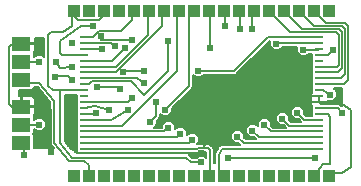
<source format=gtl>
G75*
%MOIN*%
%OFA0B0*%
%FSLAX24Y24*%
%IPPOS*%
%LPD*%
%AMOC8*
5,1,8,0,0,1.08239X$1,22.5*
%
%ADD10R,0.0276X0.0079*%
%ADD11R,0.0630X0.0460*%
%ADD12R,0.0396X0.0396*%
%ADD13C,0.0079*%
%ADD14C,0.0051*%
%ADD15C,0.0240*%
D10*
X003608Y001386D03*
X003608Y001583D03*
X003608Y001779D03*
X003608Y001976D03*
X003608Y002173D03*
X003608Y002370D03*
X003608Y002567D03*
X003608Y002764D03*
X003608Y002961D03*
X003608Y003157D03*
X003608Y003354D03*
X003608Y003551D03*
X003608Y003748D03*
X003608Y003945D03*
X003608Y004142D03*
X003608Y004339D03*
X003608Y004535D03*
X003608Y004732D03*
X003608Y004929D03*
X003608Y005126D03*
X011443Y005126D03*
X011443Y004929D03*
X011443Y004732D03*
X011443Y004535D03*
X011443Y004339D03*
X011443Y004142D03*
X011443Y003945D03*
X011443Y003748D03*
X011443Y003551D03*
X011443Y003354D03*
X011443Y003157D03*
X011443Y002961D03*
X011443Y002764D03*
X011443Y002567D03*
X011443Y002370D03*
X011443Y002173D03*
X011443Y001976D03*
X011443Y001779D03*
X011443Y001583D03*
X011443Y001386D03*
D11*
X001526Y001606D03*
X001526Y002206D03*
X001526Y002806D03*
X001526Y003706D03*
X001526Y004306D03*
X001526Y004906D03*
D12*
X003276Y006006D03*
X003776Y006006D03*
X004276Y006006D03*
X004776Y006006D03*
X005276Y006006D03*
X005776Y006006D03*
X006276Y006006D03*
X006776Y006006D03*
X007276Y006006D03*
X007776Y006006D03*
X008276Y006006D03*
X008776Y006006D03*
X009276Y006006D03*
X009776Y006006D03*
X010276Y006006D03*
X010776Y006006D03*
X011276Y006006D03*
X011776Y006006D03*
X011776Y000506D03*
X011276Y000506D03*
X010776Y000506D03*
X010276Y000506D03*
X009776Y000506D03*
X009276Y000506D03*
X008776Y000506D03*
X008276Y000506D03*
X007776Y000506D03*
X007276Y000506D03*
X006776Y000506D03*
X006276Y000506D03*
X005776Y000506D03*
X005276Y000506D03*
X004776Y000506D03*
X004276Y000506D03*
X003776Y000506D03*
X003275Y000505D03*
D13*
X003226Y001106D02*
X007006Y001106D01*
X007166Y000946D01*
X007526Y000946D01*
X008426Y001106D02*
X011326Y001106D01*
X003608Y003354D02*
X002826Y003354D01*
X002826Y001606D01*
X003226Y001106D01*
X002826Y003354D02*
X002577Y003354D01*
X002426Y003506D01*
X002426Y005206D01*
X002526Y005306D01*
X002926Y005306D01*
X003226Y005506D01*
X003226Y005956D01*
X003276Y005956D02*
X003326Y005906D01*
D14*
X003326Y005806D01*
X003426Y005706D01*
X004126Y005706D01*
X004226Y005806D01*
X004226Y005956D01*
X004276Y006006D01*
X003276Y006006D02*
X003276Y005956D01*
X003226Y005956D02*
X003276Y006006D01*
X003526Y005506D02*
X003906Y005506D01*
X003526Y005506D02*
X002826Y005006D01*
X002826Y004606D01*
X002896Y004535D01*
X003608Y004535D01*
X003608Y004339D02*
X004558Y004339D01*
X004982Y004755D01*
X004642Y004815D02*
X004502Y004929D01*
X003608Y004929D01*
X003608Y004732D02*
X004199Y004732D01*
X004214Y004720D01*
X004192Y005034D02*
X004192Y005155D01*
X004192Y005034D02*
X005213Y005034D01*
X004886Y005366D02*
X004843Y005325D01*
X004766Y005326D01*
X004106Y005326D01*
X003906Y005126D01*
X003608Y005126D01*
X004886Y005366D02*
X005226Y005706D01*
X005226Y005956D01*
X005276Y006006D01*
X005745Y005961D02*
X005776Y006006D01*
X005745Y005961D02*
X005745Y005203D01*
X004695Y004142D01*
X003608Y004142D01*
X003608Y003945D02*
X004665Y003945D01*
X006226Y005506D01*
X006226Y005956D01*
X006276Y006006D01*
X006726Y005956D02*
X006776Y006006D01*
X006726Y005956D02*
X006726Y004006D01*
X004893Y002173D01*
X003608Y002173D01*
X003365Y002150D02*
X002971Y002150D01*
X002971Y002101D02*
X003365Y002101D01*
X003365Y002090D02*
X003380Y002075D01*
X003365Y002059D01*
X003365Y001893D01*
X003380Y001878D01*
X003365Y001863D01*
X003365Y001696D01*
X003380Y001681D01*
X003365Y001666D01*
X003365Y001499D01*
X003380Y001484D01*
X003365Y001469D01*
X003365Y001303D01*
X003417Y001251D01*
X003383Y001251D01*
X003267Y001367D01*
X003171Y001406D01*
X002971Y001657D01*
X002971Y003209D01*
X003365Y003209D01*
X003365Y003074D01*
X003380Y003059D01*
X003365Y003044D01*
X003365Y002877D01*
X003380Y002862D01*
X003365Y002847D01*
X003365Y002681D01*
X003380Y002665D01*
X003365Y002650D01*
X003365Y002484D01*
X003380Y002468D01*
X003365Y002453D01*
X003365Y002287D01*
X003380Y002272D01*
X003365Y002256D01*
X003365Y002090D01*
X003365Y002051D02*
X002971Y002051D01*
X002971Y002001D02*
X003365Y002001D01*
X003365Y001952D02*
X002971Y001952D01*
X002971Y001902D02*
X003365Y001902D01*
X003365Y001852D02*
X002971Y001852D01*
X002971Y001803D02*
X003365Y001803D01*
X003365Y001753D02*
X002971Y001753D01*
X002971Y001703D02*
X003365Y001703D01*
X003365Y001654D02*
X002973Y001654D01*
X003013Y001604D02*
X003365Y001604D01*
X003365Y001554D02*
X003053Y001554D01*
X003092Y001505D02*
X003365Y001505D01*
X003365Y001455D02*
X003132Y001455D01*
X003174Y001405D02*
X003365Y001405D01*
X003365Y001355D02*
X003278Y001355D01*
X003327Y001306D02*
X003365Y001306D01*
X003377Y001256D02*
X003411Y001256D01*
X003386Y001246D02*
X007526Y001246D01*
X007460Y001295D02*
X007694Y001295D01*
X007694Y001096D01*
X007619Y001171D01*
X007432Y001171D01*
X007352Y001091D01*
X007226Y001091D01*
X007066Y001251D01*
X003800Y001251D01*
X003804Y001255D01*
X007420Y001255D01*
X007460Y001295D01*
X007421Y001256D02*
X007694Y001256D01*
X007694Y001206D02*
X007110Y001206D01*
X007160Y001157D02*
X007417Y001157D01*
X007368Y001107D02*
X007209Y001107D01*
X007634Y001157D02*
X007694Y001157D01*
X007694Y001107D02*
X007683Y001107D01*
X007957Y001107D02*
X007994Y001107D01*
X007994Y001057D02*
X007957Y001057D01*
X007957Y001008D02*
X007994Y001008D01*
X007994Y000958D02*
X007957Y000958D01*
X007957Y000931D02*
X007957Y001295D01*
X007967Y001316D01*
X007957Y001347D01*
X007957Y001380D01*
X007940Y001397D01*
X007930Y001426D01*
X007913Y001479D01*
X007864Y001503D01*
X007804Y001534D01*
X007780Y001557D01*
X007757Y001557D01*
X007736Y001567D01*
X007705Y001557D01*
X007396Y001557D01*
X007451Y001612D01*
X007451Y001799D01*
X007319Y001931D01*
X007132Y001931D01*
X007051Y001850D01*
X007051Y001999D01*
X006919Y002131D01*
X006732Y002131D01*
X006651Y002050D01*
X006651Y002199D01*
X006519Y002331D01*
X006332Y002331D01*
X006200Y002199D01*
X006200Y002107D01*
X005946Y002107D01*
X006051Y002212D01*
X006051Y002346D01*
X006080Y002375D01*
X006081Y002375D01*
X006119Y002413D01*
X006157Y002451D01*
X006157Y002452D01*
X006157Y002452D01*
X006157Y002506D01*
X006157Y002556D01*
X006232Y002480D01*
X006419Y002480D01*
X006551Y002612D01*
X006551Y002746D01*
X007180Y003375D01*
X007257Y003451D01*
X007257Y003856D01*
X007332Y003780D01*
X007519Y003780D01*
X007613Y003875D01*
X008680Y003875D01*
X008757Y003951D01*
X009800Y004995D01*
X009800Y004812D01*
X009932Y004680D01*
X010119Y004680D01*
X010237Y004798D01*
X010700Y004798D01*
X010700Y004612D01*
X010832Y004480D01*
X011019Y004480D01*
X011113Y004575D01*
X011200Y004575D01*
X011200Y004452D01*
X011215Y004437D01*
X011200Y004422D01*
X011200Y004255D01*
X011215Y004240D01*
X011200Y004225D01*
X011200Y004059D01*
X011215Y004043D01*
X011200Y004028D01*
X011200Y003862D01*
X011215Y003846D01*
X011200Y003831D01*
X011200Y003665D01*
X011215Y003650D01*
X011200Y003634D01*
X011200Y003468D01*
X011215Y003453D01*
X011200Y003437D01*
X011200Y003271D01*
X011202Y003269D01*
X011188Y003245D01*
X011180Y003213D01*
X011180Y003157D01*
X011180Y003102D01*
X011188Y003070D01*
X011194Y003059D01*
X011188Y003048D01*
X011180Y003016D01*
X011180Y002961D01*
X011443Y002961D01*
X011443Y002961D01*
X011443Y002992D01*
X011443Y003157D01*
X011443Y003157D01*
X011443Y002961D01*
X011706Y002961D01*
X011706Y003006D01*
X011732Y002980D01*
X011919Y002980D01*
X012051Y003112D01*
X012051Y003299D01*
X011931Y003420D01*
X012200Y003420D01*
X012200Y002831D01*
X012186Y002831D01*
X012122Y002895D01*
X012013Y002895D01*
X011704Y002895D01*
X011706Y002905D01*
X011706Y002961D01*
X011443Y002961D01*
X011443Y002961D01*
X011443Y002961D01*
X011443Y003157D01*
X011180Y003157D01*
X011443Y003157D01*
X011443Y003157D01*
X011443Y003144D02*
X011443Y003144D01*
X011443Y003094D02*
X011443Y003094D01*
X011443Y003045D02*
X011443Y003045D01*
X011443Y002995D02*
X011443Y002995D01*
X011443Y002961D02*
X011498Y002906D01*
X012226Y002906D01*
X012526Y002706D01*
X012526Y000806D01*
X012226Y000606D01*
X011926Y000606D01*
X011826Y000506D01*
X011776Y000506D01*
X011576Y000906D02*
X011276Y000506D01*
X011576Y000906D02*
X011826Y000906D01*
X011826Y002406D01*
X011765Y002567D01*
X011443Y002567D01*
X011200Y002548D02*
X010969Y002548D01*
X010951Y002566D02*
X011016Y002501D01*
X011200Y002501D01*
X011200Y002650D01*
X011215Y002665D01*
X011200Y002681D01*
X011200Y002847D01*
X011202Y002849D01*
X011188Y002873D01*
X011180Y002905D01*
X011180Y002961D01*
X011443Y002961D01*
X011706Y002945D02*
X012200Y002945D01*
X012200Y002896D02*
X011704Y002896D01*
X011706Y002995D02*
X011717Y002995D01*
X011934Y002995D02*
X012200Y002995D01*
X012200Y003045D02*
X011983Y003045D01*
X012033Y003094D02*
X012200Y003094D01*
X012200Y003144D02*
X012051Y003144D01*
X012051Y003194D02*
X012200Y003194D01*
X012200Y003243D02*
X012051Y003243D01*
X012051Y003293D02*
X012200Y003293D01*
X012200Y003343D02*
X012008Y003343D01*
X011958Y003392D02*
X012200Y003392D01*
X012271Y003551D02*
X012426Y003706D01*
X012426Y005506D01*
X012326Y005606D01*
X011676Y005606D01*
X011276Y006006D01*
X011276Y005506D02*
X010776Y006006D01*
X010276Y006006D02*
X010876Y005406D01*
X012126Y005406D01*
X012226Y005306D01*
X012226Y004106D01*
X012065Y003945D01*
X011443Y003945D01*
X011200Y003939D02*
X008744Y003939D01*
X008695Y003889D02*
X011200Y003889D01*
X011208Y003840D02*
X007578Y003840D01*
X007529Y003790D02*
X011200Y003790D01*
X011200Y003740D02*
X007257Y003740D01*
X007257Y003691D02*
X011200Y003691D01*
X011206Y003641D02*
X007257Y003641D01*
X007257Y003591D02*
X011200Y003591D01*
X011200Y003541D02*
X007257Y003541D01*
X007257Y003492D02*
X011200Y003492D01*
X011204Y003442D02*
X007247Y003442D01*
X007198Y003392D02*
X011200Y003392D01*
X011200Y003343D02*
X007148Y003343D01*
X007098Y003293D02*
X011200Y003293D01*
X011188Y003243D02*
X007049Y003243D01*
X006999Y003194D02*
X011180Y003194D01*
X011180Y003144D02*
X006949Y003144D01*
X006900Y003094D02*
X011181Y003094D01*
X011187Y003045D02*
X006850Y003045D01*
X006800Y002995D02*
X011180Y002995D01*
X011180Y002945D02*
X006751Y002945D01*
X006701Y002896D02*
X011182Y002896D01*
X011200Y002846D02*
X006651Y002846D01*
X006602Y002796D02*
X010597Y002796D01*
X010632Y002831D02*
X010500Y002699D01*
X010500Y002512D01*
X010632Y002380D01*
X010766Y002380D01*
X010842Y002304D01*
X010513Y002304D01*
X010451Y002366D01*
X010451Y002499D01*
X010319Y002631D01*
X010132Y002631D01*
X010000Y002499D01*
X010000Y002312D01*
X010132Y002180D01*
X010266Y002180D01*
X010338Y002107D01*
X009909Y002107D01*
X009851Y002166D01*
X009851Y002299D01*
X009719Y002431D01*
X009532Y002431D01*
X009400Y002299D01*
X009400Y002150D01*
X009319Y002231D01*
X009132Y002231D01*
X009000Y002099D01*
X009000Y001912D01*
X009132Y001780D01*
X009266Y001780D01*
X009332Y001714D01*
X009003Y001714D01*
X008951Y001766D01*
X008951Y001899D01*
X008819Y002031D01*
X008632Y002031D01*
X008500Y001899D01*
X008500Y001712D01*
X008632Y001580D01*
X008766Y001580D01*
X008829Y001517D01*
X008233Y001517D01*
X008209Y001528D01*
X008181Y001517D01*
X008151Y001517D01*
X008132Y001498D01*
X008108Y001489D01*
X008096Y001461D01*
X008074Y001440D01*
X008074Y001414D01*
X008016Y001281D01*
X007994Y001260D01*
X007994Y001234D01*
X007984Y001209D01*
X007994Y001181D01*
X007994Y000931D01*
X007957Y000931D01*
X007957Y001157D02*
X007994Y001157D01*
X007985Y001206D02*
X007957Y001206D01*
X007957Y001256D02*
X007994Y001256D01*
X007962Y001306D02*
X008026Y001306D01*
X008049Y001355D02*
X007957Y001355D01*
X007937Y001405D02*
X008071Y001405D01*
X008089Y001455D02*
X007921Y001455D01*
X007913Y001479D02*
X007913Y001479D01*
X007913Y001479D01*
X007861Y001505D02*
X008139Y001505D01*
X008206Y001386D02*
X008126Y001206D01*
X008126Y000656D01*
X008276Y000506D01*
X007826Y000556D02*
X007776Y000506D01*
X007826Y000556D02*
X007826Y001326D01*
X007806Y001386D01*
X007726Y001426D01*
X007406Y001426D01*
X007366Y001386D01*
X003608Y001386D01*
X003386Y001246D02*
X003226Y001406D01*
X003226Y001482D01*
X003608Y001583D02*
X007102Y001583D01*
X007226Y001706D01*
X007451Y001703D02*
X008509Y001703D01*
X008500Y001753D02*
X007451Y001753D01*
X007448Y001803D02*
X008500Y001803D01*
X008500Y001852D02*
X007398Y001852D01*
X007348Y001902D02*
X008503Y001902D01*
X008552Y001952D02*
X007051Y001952D01*
X007049Y002001D02*
X008602Y002001D01*
X008849Y002001D02*
X009000Y002001D01*
X009000Y001952D02*
X008899Y001952D01*
X008948Y001902D02*
X009010Y001902D01*
X009060Y001852D02*
X008951Y001852D01*
X008951Y001803D02*
X009110Y001803D01*
X008964Y001753D02*
X009293Y001753D01*
X009452Y001779D02*
X009226Y002006D01*
X009000Y002051D02*
X006999Y002051D01*
X006950Y002101D02*
X009001Y002101D01*
X009051Y002150D02*
X006651Y002150D01*
X006651Y002101D02*
X006701Y002101D01*
X006651Y002051D02*
X006652Y002051D01*
X006426Y002106D02*
X006296Y001976D01*
X003608Y001976D01*
X003608Y001779D02*
X006699Y001779D01*
X006826Y001906D01*
X007051Y001902D02*
X007103Y001902D01*
X007053Y001852D02*
X007051Y001852D01*
X007451Y001654D02*
X008559Y001654D01*
X008608Y001604D02*
X007443Y001604D01*
X007628Y001486D02*
X007786Y001666D01*
X007783Y001554D02*
X008792Y001554D01*
X008949Y001583D02*
X008726Y001806D01*
X008949Y001583D02*
X011443Y001583D01*
X011443Y001779D02*
X009452Y001779D01*
X009855Y001976D02*
X009626Y002206D01*
X009400Y002200D02*
X009350Y002200D01*
X009400Y002250D02*
X006601Y002250D01*
X006650Y002200D02*
X009101Y002200D01*
X009400Y002299D02*
X006551Y002299D01*
X006300Y002299D02*
X006051Y002299D01*
X006051Y002250D02*
X006250Y002250D01*
X006201Y002200D02*
X006039Y002200D01*
X005989Y002150D02*
X006200Y002150D01*
X006054Y002349D02*
X009450Y002349D01*
X009500Y002399D02*
X006104Y002399D01*
X006154Y002448D02*
X010000Y002448D01*
X010000Y002399D02*
X009752Y002399D01*
X009801Y002349D02*
X010000Y002349D01*
X010013Y002299D02*
X009851Y002299D01*
X009851Y002250D02*
X010063Y002250D01*
X010112Y002200D02*
X009851Y002200D01*
X009867Y002150D02*
X010296Y002150D01*
X010458Y002173D02*
X010226Y002406D01*
X010451Y002399D02*
X010614Y002399D01*
X010564Y002448D02*
X010451Y002448D01*
X010451Y002498D02*
X010514Y002498D01*
X010500Y002548D02*
X010403Y002548D01*
X010353Y002598D02*
X010500Y002598D01*
X010500Y002647D02*
X006551Y002647D01*
X006551Y002697D02*
X010500Y002697D01*
X010547Y002747D02*
X006552Y002747D01*
X006326Y002706D02*
X007126Y003506D01*
X007126Y005856D01*
X007276Y006006D01*
X007776Y006006D02*
X007826Y005956D01*
X007826Y004755D01*
X008993Y004187D02*
X011200Y004187D01*
X011200Y004138D02*
X008943Y004138D01*
X008893Y004088D02*
X011200Y004088D01*
X011210Y004038D02*
X008844Y004038D01*
X008794Y003989D02*
X011200Y003989D01*
X011443Y004142D02*
X012061Y004142D01*
X012126Y004206D01*
X012126Y005206D01*
X012026Y005306D01*
X010476Y005306D01*
X009776Y006006D01*
X009276Y006006D02*
X009226Y005956D01*
X009226Y005406D01*
X008826Y005406D02*
X008826Y005956D01*
X008776Y006006D01*
X008326Y005956D02*
X008276Y006006D01*
X008326Y005956D02*
X008326Y005506D01*
X009638Y004833D02*
X009800Y004833D01*
X009800Y004883D02*
X009688Y004883D01*
X009738Y004933D02*
X009800Y004933D01*
X009800Y004982D02*
X009787Y004982D01*
X009746Y005126D02*
X008626Y004006D01*
X007426Y004006D01*
X007273Y003840D02*
X007257Y003840D01*
X007257Y003790D02*
X007323Y003790D01*
X006426Y004006D02*
X006426Y005006D01*
X006426Y004006D02*
X005626Y003206D01*
X005186Y003646D01*
X003866Y003646D01*
X003771Y003551D01*
X003608Y003551D01*
X003608Y003748D02*
X005383Y003748D01*
X005626Y003606D01*
X005626Y004006D02*
X004926Y004006D01*
X004929Y004010D01*
X004929Y003961D01*
X004766Y003466D02*
X004046Y003466D01*
X004766Y003466D02*
X004826Y003406D01*
X005226Y003106D02*
X005080Y002961D01*
X003608Y002961D01*
X003365Y002945D02*
X002971Y002945D01*
X002971Y002896D02*
X003365Y002896D01*
X003365Y002846D02*
X002971Y002846D01*
X002971Y002796D02*
X003365Y002796D01*
X003365Y002747D02*
X002971Y002747D01*
X002971Y002697D02*
X003365Y002697D01*
X003365Y002647D02*
X002971Y002647D01*
X002971Y002598D02*
X003365Y002598D01*
X003365Y002548D02*
X002971Y002548D01*
X002971Y002498D02*
X003365Y002498D01*
X003365Y002448D02*
X002971Y002448D01*
X002971Y002399D02*
X003365Y002399D01*
X003365Y002349D02*
X002971Y002349D01*
X002971Y002299D02*
X003365Y002299D01*
X003365Y002250D02*
X002971Y002250D01*
X002971Y002200D02*
X003365Y002200D01*
X003608Y002370D02*
X004522Y002369D01*
X005083Y002706D01*
X004444Y002708D02*
X003988Y002835D01*
X003608Y002764D01*
X003608Y002567D02*
X003939Y002561D01*
X003998Y002590D01*
X003365Y002995D02*
X002971Y002995D01*
X002971Y003045D02*
X003366Y003045D01*
X003365Y003094D02*
X002971Y003094D01*
X002971Y003144D02*
X003365Y003144D01*
X003365Y003194D02*
X002971Y003194D01*
X002626Y003006D02*
X002126Y003606D01*
X001626Y003606D01*
X001526Y003706D01*
X001946Y003475D02*
X002064Y003475D01*
X002494Y002958D01*
X002494Y001612D01*
X002490Y001564D01*
X002494Y001558D01*
X002494Y001551D01*
X002529Y001517D01*
X002600Y001431D01*
X001946Y001431D01*
X001946Y001880D01*
X001920Y001906D01*
X001946Y001932D01*
X001946Y002066D01*
X002032Y001980D01*
X002219Y001980D01*
X002351Y002112D01*
X002351Y002299D01*
X002219Y002431D01*
X002032Y002431D01*
X001946Y002345D01*
X001946Y002480D01*
X001934Y002492D01*
X001941Y002499D01*
X001958Y002527D01*
X001966Y002559D01*
X001966Y002780D01*
X001551Y002780D01*
X001551Y002831D01*
X001966Y002831D01*
X001966Y003052D01*
X001958Y003084D01*
X001941Y003113D01*
X001918Y003136D01*
X001889Y003153D01*
X001857Y003161D01*
X001551Y003161D01*
X001551Y002831D01*
X001500Y002831D01*
X001500Y003161D01*
X001451Y003161D01*
X001451Y003370D01*
X001884Y003370D01*
X001946Y003432D01*
X001946Y003475D01*
X001946Y003442D02*
X002091Y003442D01*
X002133Y003392D02*
X001907Y003392D01*
X002174Y003343D02*
X001451Y003343D01*
X001451Y003293D02*
X002215Y003293D01*
X002257Y003243D02*
X001451Y003243D01*
X001451Y003194D02*
X002298Y003194D01*
X002340Y003144D02*
X001904Y003144D01*
X001952Y003094D02*
X002381Y003094D01*
X002422Y003045D02*
X001966Y003045D01*
X001966Y002995D02*
X002464Y002995D01*
X002494Y002945D02*
X001966Y002945D01*
X001966Y002896D02*
X002494Y002896D01*
X002494Y002846D02*
X001966Y002846D01*
X001966Y002747D02*
X002494Y002747D01*
X002494Y002796D02*
X001551Y002796D01*
X001526Y002806D02*
X002426Y002806D01*
X002526Y002706D01*
X002526Y001306D01*
X002581Y001455D02*
X001946Y001455D01*
X001946Y001505D02*
X002539Y001505D01*
X002494Y001554D02*
X001946Y001554D01*
X001946Y001604D02*
X002494Y001604D01*
X002494Y001654D02*
X001946Y001654D01*
X001946Y001703D02*
X002494Y001703D01*
X002494Y001753D02*
X001946Y001753D01*
X001946Y001803D02*
X002494Y001803D01*
X002494Y001852D02*
X001946Y001852D01*
X001924Y001902D02*
X002494Y001902D01*
X002494Y001952D02*
X001946Y001952D01*
X001946Y002001D02*
X002011Y002001D01*
X001961Y002051D02*
X001946Y002051D01*
X002126Y002206D02*
X001526Y002206D01*
X001946Y002349D02*
X001950Y002349D01*
X001946Y002399D02*
X002000Y002399D01*
X001946Y002448D02*
X002494Y002448D01*
X002494Y002399D02*
X002252Y002399D01*
X002301Y002349D02*
X002494Y002349D01*
X002494Y002299D02*
X002351Y002299D01*
X002351Y002250D02*
X002494Y002250D01*
X002494Y002200D02*
X002351Y002200D01*
X002351Y002150D02*
X002494Y002150D01*
X002494Y002101D02*
X002339Y002101D01*
X002290Y002051D02*
X002494Y002051D01*
X002494Y002001D02*
X002240Y002001D01*
X002626Y001606D02*
X002626Y003006D01*
X002494Y002697D02*
X001966Y002697D01*
X001966Y002647D02*
X002494Y002647D01*
X002494Y002598D02*
X001966Y002598D01*
X001963Y002548D02*
X002494Y002548D01*
X002494Y002498D02*
X001941Y002498D01*
X001526Y002806D02*
X001226Y002806D01*
X001126Y002906D01*
X001126Y004806D01*
X001226Y004906D01*
X001526Y004906D01*
X001551Y004883D02*
X002281Y004883D01*
X002281Y004933D02*
X001966Y004933D01*
X001966Y004931D02*
X001966Y005080D01*
X002281Y005080D01*
X002281Y004470D01*
X002219Y004531D01*
X002032Y004531D01*
X001946Y004445D01*
X001946Y004580D01*
X001934Y004592D01*
X001941Y004599D01*
X001958Y004627D01*
X001966Y004659D01*
X001966Y004880D01*
X001551Y004880D01*
X001551Y004931D01*
X001966Y004931D01*
X001966Y004982D02*
X002281Y004982D01*
X002281Y005032D02*
X001966Y005032D01*
X001966Y004833D02*
X002281Y004833D01*
X002281Y004783D02*
X001966Y004783D01*
X001966Y004734D02*
X002281Y004734D01*
X002281Y004684D02*
X001966Y004684D01*
X001960Y004634D02*
X002281Y004634D01*
X002281Y004585D02*
X001941Y004585D01*
X001946Y004535D02*
X002281Y004535D01*
X002281Y004485D02*
X002265Y004485D01*
X002126Y004306D02*
X001526Y004306D01*
X001946Y004485D02*
X001986Y004485D01*
X002673Y004306D02*
X002826Y004106D01*
X003199Y004110D01*
X003071Y003841D02*
X002729Y003841D01*
X002657Y003801D01*
X003071Y003841D02*
X003206Y003706D01*
X001551Y003144D02*
X001500Y003144D01*
X001500Y003094D02*
X001551Y003094D01*
X001551Y003045D02*
X001500Y003045D01*
X001500Y002995D02*
X001551Y002995D01*
X001551Y002945D02*
X001500Y002945D01*
X001500Y002896D02*
X001551Y002896D01*
X001551Y002846D02*
X001500Y002846D01*
X001526Y001606D02*
X001626Y001506D01*
X001626Y001206D01*
X002626Y001606D02*
X003126Y001006D01*
X003626Y001006D01*
X003776Y000855D01*
X003776Y000506D01*
X005826Y002306D02*
X006026Y002506D01*
X006023Y002956D01*
X006157Y002548D02*
X006165Y002548D01*
X006157Y002498D02*
X006214Y002498D01*
X006437Y002498D02*
X010000Y002498D01*
X010049Y002548D02*
X006487Y002548D01*
X006536Y002598D02*
X010098Y002598D01*
X010468Y002349D02*
X010797Y002349D01*
X010961Y002370D02*
X010726Y002606D01*
X010951Y002598D02*
X011200Y002598D01*
X011200Y002647D02*
X010951Y002647D01*
X010951Y002697D02*
X011200Y002697D01*
X011200Y002747D02*
X010904Y002747D01*
X010951Y002699D02*
X010819Y002831D01*
X010632Y002831D01*
X010854Y002796D02*
X011200Y002796D01*
X011443Y002764D02*
X012068Y002764D01*
X012226Y002606D01*
X012200Y002846D02*
X012171Y002846D01*
X011826Y003206D02*
X011577Y003354D01*
X011443Y003354D01*
X011443Y003551D02*
X012271Y003551D01*
X012168Y003748D02*
X012326Y003906D01*
X012326Y005406D01*
X012226Y005506D01*
X011276Y005506D01*
X011443Y005126D02*
X009746Y005126D01*
X010026Y004906D02*
X010049Y004929D01*
X011443Y004929D01*
X011443Y004732D02*
X011417Y004706D01*
X010926Y004706D01*
X010700Y004684D02*
X010123Y004684D01*
X010173Y004734D02*
X010700Y004734D01*
X010700Y004783D02*
X010222Y004783D01*
X009928Y004684D02*
X009489Y004684D01*
X009440Y004634D02*
X010700Y004634D01*
X010728Y004585D02*
X009390Y004585D01*
X009340Y004535D02*
X010777Y004535D01*
X010827Y004485D02*
X009291Y004485D01*
X009241Y004436D02*
X011214Y004436D01*
X011200Y004485D02*
X011024Y004485D01*
X011074Y004535D02*
X011200Y004535D01*
X011200Y004386D02*
X009191Y004386D01*
X009142Y004336D02*
X011200Y004336D01*
X011200Y004287D02*
X009092Y004287D01*
X009042Y004237D02*
X011212Y004237D01*
X011443Y004535D02*
X011755Y004535D01*
X011926Y004706D01*
X012168Y003748D02*
X011443Y003748D01*
X009879Y004734D02*
X009539Y004734D01*
X009589Y004783D02*
X009829Y004783D01*
X010951Y002699D02*
X010951Y002566D01*
X010961Y002370D02*
X011443Y002370D01*
X011443Y002173D02*
X010458Y002173D01*
X009855Y001976D02*
X011443Y001976D01*
X011443Y001386D02*
X008206Y001386D01*
D15*
X001626Y001206D03*
X002526Y001306D03*
X003226Y001482D03*
X002126Y002206D03*
X003998Y002590D03*
X004444Y002708D03*
X005083Y002706D03*
X005226Y003106D03*
X004826Y003406D03*
X004046Y003466D03*
X003206Y003706D03*
X002657Y003801D03*
X003199Y004110D03*
X002673Y004306D03*
X002126Y004306D03*
X003198Y004910D03*
X004192Y005155D03*
X003906Y005506D03*
X005213Y005034D03*
X004982Y004755D03*
X004642Y004815D03*
X004214Y004720D03*
X005626Y004006D03*
X005626Y003606D03*
X004929Y003961D03*
X006023Y002956D03*
X006326Y002706D03*
X005826Y002306D03*
X006426Y002106D03*
X006826Y001906D03*
X007226Y001706D03*
X007786Y001666D03*
X007526Y001246D03*
X007526Y000946D03*
X008426Y001106D03*
X008726Y001806D03*
X009226Y002006D03*
X009626Y002206D03*
X010226Y002406D03*
X010726Y002606D03*
X011826Y003206D03*
X012226Y002606D03*
X011326Y001106D03*
X007426Y004006D03*
X007826Y004755D03*
X008826Y005406D03*
X009226Y005406D03*
X008326Y005506D03*
X010026Y004906D03*
X010926Y004706D03*
X011926Y004706D03*
X006426Y005006D03*
M02*

</source>
